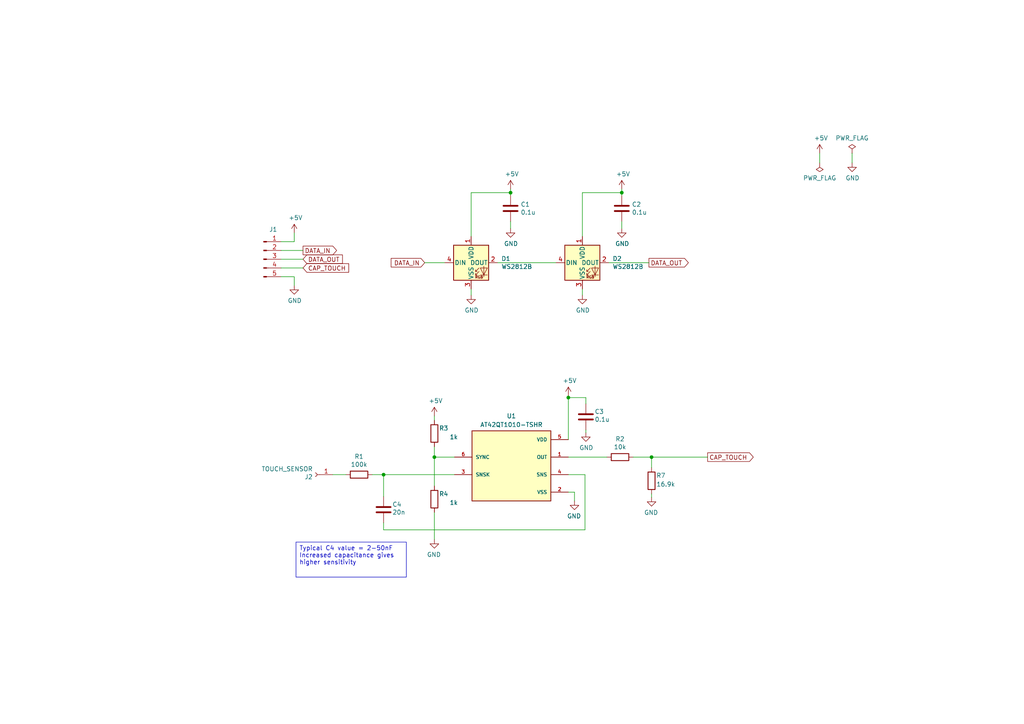
<source format=kicad_sch>
(kicad_sch (version 20230121) (generator eeschema)
  (paper "A4")
  (lib_symbols
    (symbol "AT42QT1010:AT42QT1010-TSHR" (pin_names (offset 1.016))
      (property "Reference" "U" (at -12.7148 7.6289 0))
      (property "Value" "AT42QT1010-TSHR" (at -12.7213 -15.2656 0))
      (symbol "AT42QT1010-TSHR_0_0"
        (rectangle (start -12.7 -12.7) (end 10.16 7.62) (stroke (width 0.254)) (fill (type background)))
        (pin output line (at 15.24 0 180) (length 5.08) (name "OUT") (number "1"))
        (pin power_in line (at 15.24 -10.16 180) (length 5.08) (name "VSS") (number "2"))
        (pin bidirectional line (at -17.78 -5.08 0) (length 5.08) (name "SNSK") (number "3"))
        (pin bidirectional line (at 15.24 -5.08 180) (length 5.08) (name "SNS") (number "4"))
        (pin power_in line (at 15.24 5.08 180) (length 5.08) (name "VDD") (number "5"))
        (pin input line (at -17.78 0 0) (length 5.08) (name "SYNC") (number "6"))
      )
    )
    (symbol "Device:C" (pin_numbers hide) (pin_names (offset 0.254))
      (property "Reference" "C" (at 0.635 2.54 0))
      (property "Value" "C" (at 0.635 -2.54 0))
      (symbol "C_0_1"
        (polyline (pts (xy -2.032 -0.762) (xy 2.032 -0.762)) (stroke (width 0.508)))
        (polyline (pts (xy -2.032 0.762) (xy 2.032 0.762)) (stroke (width 0.508)))
      )
      (symbol "C_1_1"
        (pin passive line (at 0 3.81 270) (length 2.794) (name "~") (number "1"))
        (pin passive line (at 0 -3.81 90) (length 2.794) (name "~") (number "2"))
      )
    )
    (symbol "Device:R" (pin_numbers hide) (pin_names (offset 0))
      (property "Reference" "R" (at 2.032 0 90))
      (property "Value" "R" (at 0 0 90))
      (symbol "R_0_1"
        (rectangle (start -1.016 -2.54) (end 1.016 2.54) (stroke (width 0.254)))
      )
      (symbol "R_1_1"
        (pin passive line (at 0 3.81 270) (length 1.27) (name "~") (number "1"))
        (pin passive line (at 0 -3.81 90) (length 1.27) (name "~") (number "2"))
      )
    )
    (symbol "LED:WS2812B" (pin_names (offset 0.254))
      (property "Reference" "D" (at 5.08 5.715 0))
      (property "Value" "WS2812B" (at 1.27 -5.715 0))
      (symbol "WS2812B_0_0"
        (text "RGB" (at 2.286 -4.191 0) (effects (font (size 0.762 0.762))))
      )
      (symbol "WS2812B_0_1"
        (polyline (pts (xy 1.27 -3.556) (xy 1.778 -3.556)))
        (polyline (pts (xy 1.27 -2.54) (xy 1.778 -2.54)))
        (polyline (pts (xy 4.699 -3.556) (xy 2.667 -3.556)))
        (polyline (pts (xy 2.286 -2.54) (xy 1.27 -3.556) (xy 1.27 -3.048)))
        (polyline (pts (xy 2.286 -1.524) (xy 1.27 -2.54) (xy 1.27 -2.032)))
        (polyline (pts (xy 3.683 -1.016) (xy 3.683 -3.556) (xy 3.683 -4.064)))
        (polyline (pts (xy 4.699 -1.524) (xy 2.667 -1.524) (xy 3.683 -3.556) (xy 4.699 -1.524)))
        (rectangle (start 5.08 5.08) (end -5.08 -5.08) (stroke (width 0.254)) (fill (type background)))
      )
      (symbol "WS2812B_1_1"
        (pin power_in line (at 0 7.62 270) (length 2.54) (name "VDD") (number "1"))
        (pin output line (at 7.62 0 180) (length 2.54) (name "DOUT") (number "2"))
        (pin power_in line (at 0 -7.62 90) (length 2.54) (name "VSS") (number "3"))
        (pin input line (at -7.62 0 0) (length 2.54) (name "DIN") (number "4"))
      )
    )
    (symbol "SpaceCenter_TouchBoard_KiCAD-rescue:Conn_01x01_Female-Connector" (pin_names (offset 1.016) hide)
      (property "Reference" "J" (at 0 2.54 0))
      (property "Value" "Connector_Conn_01x01_Female" (at 0 -2.54 0))
      (symbol "Conn_01x01_Female-Connector_1_1"
        (polyline (pts (xy -1.27 0) (xy -0.508 0)) (stroke (width 0.1524)))
        (arc (start 0 0.508) (mid -0.5058 0) (end 0 -0.508) (stroke (width 0.1524)))
        (pin passive line (at -5.08 0 0) (length 3.81) (name "Pin_1") (number "1"))
      )
    )
    (symbol "SpaceCenter_TouchBoard_KiCAD-rescue:Conn_01x05_Male-Connector" (pin_names (offset 1.016) hide)
      (property "Reference" "J" (at 0 7.62 0))
      (property "Value" "Connector_Conn_01x05_Male" (at 0 -7.62 0))
      (symbol "Conn_01x05_Male-Connector_1_1"
        (polyline (pts (xy 1.27 -5.08) (xy 0.8636 -5.08)) (stroke (width 0.1524)))
        (polyline (pts (xy 1.27 -2.54) (xy 0.8636 -2.54)) (stroke (width 0.1524)))
        (polyline (pts (xy 1.27 0) (xy 0.8636 0)) (stroke (width 0.1524)))
        (polyline (pts (xy 1.27 2.54) (xy 0.8636 2.54)) (stroke (width 0.1524)))
        (polyline (pts (xy 1.27 5.08) (xy 0.8636 5.08)) (stroke (width 0.1524)))
        (rectangle (start 0.8636 -4.953) (end 0 -5.207) (stroke (width 0.1524)) (fill (type outline)))
        (rectangle (start 0.8636 -2.413) (end 0 -2.667) (stroke (width 0.1524)) (fill (type outline)))
        (rectangle (start 0.8636 0.127) (end 0 -0.127) (stroke (width 0.1524)) (fill (type outline)))
        (rectangle (start 0.8636 2.667) (end 0 2.413) (stroke (width 0.1524)) (fill (type outline)))
        (rectangle (start 0.8636 5.207) (end 0 4.953) (stroke (width 0.1524)) (fill (type outline)))
        (pin passive line (at 5.08 5.08 180) (length 3.81) (name "Pin_1") (number "1"))
        (pin passive line (at 5.08 2.54 180) (length 3.81) (name "Pin_2") (number "2"))
        (pin passive line (at 5.08 0 180) (length 3.81) (name "Pin_3") (number "3"))
        (pin passive line (at 5.08 -2.54 180) (length 3.81) (name "Pin_4") (number "4"))
        (pin passive line (at 5.08 -5.08 180) (length 3.81) (name "Pin_5") (number "5"))
      )
    )
    (symbol "power:+5V" (power) (pin_names (offset 0))
      (property "Value" "+5V" (at 0 3.556 0))
      (symbol "+5V_0_1"
        (polyline (pts (xy -0.762 1.27) (xy 0 2.54)))
        (polyline (pts (xy 0 0) (xy 0 2.54)))
        (polyline (pts (xy 0 2.54) (xy 0.762 1.27)))
      )
      (symbol "+5V_1_1"
        (pin power_in line (at 0 0 90) (length 0) hide (name "+5V") (number "1"))
      )
    )
    (symbol "power:GND" (power) (pin_names (offset 0))
      (property "Value" "GND" (at 0 -3.81 0))
      (symbol "GND_0_1"
        (polyline (pts (xy 0 0) (xy 0 -1.27) (xy 1.27 -1.27) (xy 0 -2.54) (xy -1.27 -1.27) (xy 0 -1.27)))
      )
      (symbol "GND_1_1"
        (pin power_in line (at 0 0 270) (length 0) hide (name "GND") (number "1"))
      )
    )
    (symbol "power:PWR_FLAG" (power) (pin_numbers hide) (pin_names (offset 0) hide)
      (property "Value" "PWR_FLAG" (at 0 3.81 0))
      (symbol "PWR_FLAG_0_0"
        (pin power_out line (at 0 0 90) (length 0) (name "pwr") (number "1"))
      )
      (symbol "PWR_FLAG_0_1"
        (polyline (pts (xy 0 0) (xy 0 1.27) (xy -1.016 1.905) (xy 0 2.54) (xy 1.016 1.905) (xy 0 1.27)))
      )
    )
  )
  (junction (at 164.846 115.316))
  (junction (at 188.976 132.588))
  (junction (at 125.984 132.588))
  (junction (at 111.252 137.668))
  (junction (at 180.34 55.88))
  (junction (at 148.082 55.88))
  (wire (pts (xy 180.34 66.294) (xy 180.34 64.262)))
  (wire (pts (xy 85.344 80.264) (xy 85.344 82.804)))
  (wire (pts (xy 96.52 137.668) (xy 100.33 137.668)))
  (wire (pts (xy 169.672 137.668) (xy 169.672 153.67)))
  (wire (pts (xy 125.984 148.59) (xy 125.984 156.464)))
  (wire (pts (xy 166.624 142.748) (xy 166.624 145.288)))
  (wire (pts (xy 164.846 137.668) (xy 169.672 137.668)))
  (wire (pts (xy 125.984 132.588) (xy 125.984 140.97)))
  (wire (pts (xy 123.19 76.2) (xy 129.032 76.2)))
  (wire (pts (xy 164.846 142.748) (xy 166.624 142.748)))
  (wire (pts (xy 169.926 115.316) (xy 169.926 117.094)))
  (wire (pts (xy 188.976 132.588) (xy 188.976 135.636)))
  (wire (pts (xy 188.976 144.272) (xy 188.976 143.256)))
  (wire (pts (xy 164.846 132.588) (xy 176.022 132.588)))
  (wire (pts (xy 81.534 70.104) (xy 85.344 70.104)))
  (wire (pts (xy 168.91 85.598) (xy 168.91 83.82)))
  (wire (pts (xy 247.142 47.244) (xy 247.142 44.45)))
  (wire (pts (xy 111.252 144.018) (xy 111.252 137.668)))
  (wire (pts (xy 237.744 44.45) (xy 237.744 47.244)))
  (wire (pts (xy 180.34 54.864) (xy 180.34 55.88)))
  (wire (pts (xy 125.984 120.65) (xy 125.984 121.92)))
  (wire (pts (xy 148.082 55.88) (xy 148.082 56.642)))
  (wire (pts (xy 107.95 137.668) (xy 111.252 137.668)))
  (wire (pts (xy 188.214 76.2) (xy 176.53 76.2)))
  (wire (pts (xy 169.926 125.476) (xy 169.926 124.714)))
  (wire (pts (xy 164.846 115.316) (xy 164.846 127.508)))
  (wire (pts (xy 168.91 55.88) (xy 180.34 55.88)))
  (wire (pts (xy 205.232 132.588) (xy 188.976 132.588)))
  (wire (pts (xy 169.672 153.67) (xy 111.252 153.67)))
  (wire (pts (xy 180.34 55.88) (xy 180.34 56.642)))
  (wire (pts (xy 136.652 68.58) (xy 136.652 55.88)))
  (wire (pts (xy 148.082 54.864) (xy 148.082 55.88)))
  (wire (pts (xy 131.826 132.588) (xy 125.984 132.588)))
  (wire (pts (xy 111.252 153.67) (xy 111.252 151.638)))
  (wire (pts (xy 148.082 66.294) (xy 148.082 64.262)))
  (wire (pts (xy 136.652 85.598) (xy 136.652 83.82)))
  (wire (pts (xy 164.846 114.808) (xy 164.846 115.316)))
  (wire (pts (xy 87.884 75.184) (xy 81.534 75.184)))
  (wire (pts (xy 125.984 129.54) (xy 125.984 132.588)))
  (wire (pts (xy 85.344 70.104) (xy 85.344 67.564)))
  (wire (pts (xy 81.534 80.264) (xy 85.344 80.264)))
  (wire (pts (xy 136.652 55.88) (xy 148.082 55.88)))
  (wire (pts (xy 144.272 76.2) (xy 161.29 76.2)))
  (wire (pts (xy 183.642 132.588) (xy 188.976 132.588)))
  (wire (pts (xy 81.534 72.644) (xy 87.884 72.644)))
  (wire (pts (xy 168.91 68.58) (xy 168.91 55.88)))
  (wire (pts (xy 169.926 115.316) (xy 164.846 115.316)))
  (wire (pts (xy 81.534 77.724) (xy 87.884 77.724)))
  (wire (pts (xy 111.252 137.668) (xy 131.826 137.668)))
  (text_box "Typical C4 value = 2-50nF\nIncreased capacitance gives higher sensitivity" (at 85.852 157.226 0) (size 32.004 10.16) (effects (font (size 1.27 1.27)) (justify left top)))
  (global_label "DATA_OUT" (shape input) (at 87.884 75.184 0) (property "Intersheetrefs" "${INTERSHEET_REFS}" (effects hide)))
  (global_label "CAP_TOUCH" (shape input) (at 87.884 77.724 0) (property "Intersheetrefs" "${INTERSHEET_REFS}" (effects hide)))
  (global_label "DATA_OUT" (shape output) (at 188.214 76.2 0) (property "Intersheetrefs" "${INTERSHEET_REFS}" (effects hide)))
  (global_label "DATA_IN" (shape input) (at 123.19 76.2 180) (property "Intersheetrefs" "${INTERSHEET_REFS}" (effects hide)))
  (global_label "CAP_TOUCH" (shape output) (at 205.232 132.588 0) (property "Intersheetrefs" "${INTERSHEET_REFS}" (effects hide)))
  (global_label "DATA_IN" (shape output) (at 87.884 72.644 0) (property "Intersheetrefs" "${INTERSHEET_REFS}" (effects hide)))
  (symbol (lib_id "SpaceCenter_TouchBoard_KiCAD-rescue:Conn_01x05_Male-Connector") (at 76.454 75.184 0) (unit 1)
    (property "Reference" "J1" (at 79.248 66.548 0))
    (property "Value" "Conn_01x05_Male" (effects hide))
    (property "Footprint" "Connector_JST:JST_SH_BM05B-SRSS-TB_1x05-1MP_P1.00mm_Vertical" (effects hide))
  )
  (symbol (lib_id "Device:C") (at 148.082 60.452 0) (unit 1)
    (property "Reference" "C1" (at 151.003 59.2836 0) (effects (justify left)))
    (property "Value" "0.1u" (at 151.003 61.595 0) (effects (justify left)))
    (property "Footprint" "Capacitor_SMD:C_0402_1005Metric_Pad0.74x0.62mm_HandSolder" (effects hide))
  )
  (symbol (lib_id "power:+5V") (at 237.744 44.45 0) (unit 1)
    (property "Reference" "#PWR09" (effects hide))
    (property "Value" "+5V" (at 238.125 40.0558 0))
  )
  (symbol (lib_id "power:GND") (at 247.142 47.244 0) (unit 1)
    (property "Reference" "#PWR010" (effects hide))
    (property "Value" "GND" (at 247.269 51.6382 0))
  )
  (symbol (lib_id "power:PWR_FLAG") (at 237.744 47.244 180) (unit 1)
    (property "Reference" "#FLG01" (effects hide))
    (property "Value" "PWR_FLAG" (at 237.744 51.6382 0))
  )
  (symbol (lib_id "power:PWR_FLAG") (at 247.142 44.45 0) (unit 1)
    (property "Reference" "#FLG02" (effects hide))
    (property "Value" "PWR_FLAG" (at 247.142 40.0558 0))
  )
  (symbol (lib_id "power:+5V") (at 85.344 67.564 0) (unit 1)
    (property "Reference" "#PWR01" (effects hide))
    (property "Value" "+5V" (at 85.725 63.1698 0))
  )
  (symbol (lib_id "power:GND") (at 85.344 82.804 0) (unit 1)
    (property "Reference" "#PWR02" (effects hide))
    (property "Value" "GND" (at 85.471 87.1982 0))
  )
  (symbol (lib_id "SpaceCenter_TouchBoard_KiCAD-rescue:Conn_01x01_Female-Connector") (at 91.44 137.668 180) (unit 1)
    (property "Reference" "J2" (at 90.7288 138.3284 0) (effects (justify left)))
    (property "Value" "TOUCH_SENSOR" (at 90.7288 136.017 0) (effects (justify left)))
    (property "Footprint" "Connector_Wire:SolderWirePad_1x01_SMD_5x10mm" (effects hide))
  )
  (symbol (lib_id "power:+5V") (at 148.082 54.864 0) (unit 1)
    (property "Reference" "#PWR04" (effects hide))
    (property "Value" "+5V" (at 148.463 50.4698 0))
  )
  (symbol (lib_id "power:GND") (at 148.082 66.294 0) (unit 1)
    (property "Reference" "#PWR05" (effects hide))
    (property "Value" "GND" (at 148.209 70.6882 0))
  )
  (symbol (lib_id "power:GND") (at 136.652 85.598 0) (unit 1)
    (property "Reference" "#PWR03" (effects hide))
    (property "Value" "GND" (at 136.779 89.9922 0))
  )
  (symbol (lib_id "Device:C") (at 180.34 60.452 0) (unit 1)
    (property "Reference" "C2" (at 183.261 59.2836 0) (effects (justify left)))
    (property "Value" "0.1u" (at 183.261 61.595 0) (effects (justify left)))
    (property "Footprint" "Capacitor_SMD:C_0402_1005Metric_Pad0.74x0.62mm_HandSolder" (effects hide))
  )
  (symbol (lib_id "power:+5V") (at 180.34 54.864 0) (unit 1)
    (property "Reference" "#PWR07" (effects hide))
    (property "Value" "+5V" (at 180.721 50.4698 0))
  )
  (symbol (lib_id "power:GND") (at 180.34 66.294 0) (unit 1)
    (property "Reference" "#PWR08" (effects hide))
    (property "Value" "GND" (at 180.467 70.6882 0))
  )
  (symbol (lib_id "power:GND") (at 168.91 85.598 0) (unit 1)
    (property "Reference" "#PWR06" (effects hide))
    (property "Value" "GND" (at 169.037 89.9922 0))
  )
  (symbol (lib_id "Device:R") (at 104.14 137.668 270) (unit 1)
    (property "Reference" "R1" (at 104.14 132.4102 90))
    (property "Value" "100k" (at 104.14 134.7216 90))
    (property "Footprint" "Resistor_SMD:R_0402_1005Metric_Pad0.72x0.64mm_HandSolder" (effects hide))
  )
  (symbol (lib_id "power:+5V") (at 164.846 114.808 0) (unit 1)
    (property "Reference" "#PWR011" (effects hide))
    (property "Value" "+5V" (at 165.227 110.4138 0))
  )
  (symbol (lib_id "Device:C") (at 169.926 120.904 0) (unit 1)
    (property "Reference" "C3" (at 172.466 119.38 0) (effects (justify left)))
    (property "Value" "0.1u" (at 172.466 121.666 0) (effects (justify left)))
    (property "Footprint" "Capacitor_SMD:C_0402_1005Metric_Pad0.74x0.62mm_HandSolder" (effects hide))
  )
  (symbol (lib_id "power:GND") (at 169.926 125.476 0) (unit 1)
    (property "Reference" "#PWR017" (effects hide))
    (property "Value" "GND" (at 170.053 129.8702 0))
  )
  (symbol (lib_id "Device:R") (at 188.976 139.446 0) (mirror x) (unit 1)
    (property "Reference" "R7" (at 193.04 137.922 0) (effects (justify right)))
    (property "Value" "16.9k" (at 195.834 140.462 0) (effects (justify right)))
    (property "Footprint" "Resistor_SMD:R_0402_1005Metric_Pad0.72x0.64mm_HandSolder" (effects hide))
  )
  (symbol (lib_id "power:GND") (at 188.976 144.272 0) (mirror y) (unit 1)
    (property "Reference" "#PWR016" (effects hide))
    (property "Value" "GND" (at 188.849 148.6662 0))
  )
  (symbol (lib_id "LED:WS2812B") (at 136.652 76.2 0) (unit 1)
    (property "Reference" "D1" (at 145.3896 75.0316 0) (effects (justify left)))
    (property "Value" "WS2812B" (at 145.3896 77.343 0) (effects (justify left)))
    (property "Footprint" "LED_SMD:LED_WS2812B_PLCC4_5.0x5.0mm_P3.2mm" (effects hide))
    (property "Datasheet" "https://cdn-shop.adafruit.com/datasheets/WS2812B.pdf" (effects hide))
  )
  (symbol (lib_id "LED:WS2812B") (at 168.91 76.2 0) (unit 1)
    (property "Reference" "D2" (at 177.6476 75.0316 0) (effects (justify left)))
    (property "Value" "WS2812B" (at 177.6476 77.343 0) (effects (justify left)))
    (property "Footprint" "LED_SMD:LED_WS2812B_PLCC4_5.0x5.0mm_P3.2mm" (effects hide))
    (property "Datasheet" "https://cdn-shop.adafruit.com/datasheets/WS2812B.pdf" (effects hide))
  )
  (symbol (lib_id "Device:R") (at 179.832 132.588 270) (unit 1)
    (property "Reference" "R2" (at 179.832 127.3302 90))
    (property "Value" "10k" (at 179.832 129.6416 90))
    (property "Footprint" "Resistor_SMD:R_0402_1005Metric_Pad0.72x0.64mm_HandSolder" (effects hide))
  )
  (symbol (lib_id "AT42QT1010:AT42QT1010-TSHR") (at 149.606 132.588 0) (unit 1)
    (property "Reference" "U1" (at 148.336 120.65 0))
    (property "Value" "AT42QT1010-TSHR" (at 148.336 123.19 0))
    (property "Footprint" "AT42QT1010-TSHR:SOT95P270X145-6N" (effects hide))
    (property "MF" "Microchip" (effects hide))
    (property "Description" "\nCapacitive Touch Buttons SOT-23-6\n" (effects hide))
    (property "Package" "SOT-23-6 Microchip" (effects hide))
    (property "Price" "None" (effects hide))
    (property "Check_prices" "https://www.snapeda.com/parts/AT42QT1010-TSHR/Microchip/view-part/?ref=eda" (effects hide))
    (property "STANDARD" "IPC 7351B" (effects hide))
    (property "PARTREV" "DS40001946A" (effects hide))
    (property "SnapEDA_Link" "https://www.snapeda.com/parts/AT42QT1010-TSHR/Microchip/view-part/?ref=snap" (effects hide))
    (property "MP" "AT42QT1010-TSHR" (effects hide))
    (property "Purchase-URL" "https://www.snapeda.com/api/url_track_click_mouser/?unipart_id=700327&manufacturer=Microchip&part_name=AT42QT1010-TSHR&search_term= at42qt1010" (effects hide))
    (property "Availability" "In Stock" (effects hide))
    (property "MANUFACTURER" "MICROCHIP" (effects hide))
  )
  (symbol (lib_id "Device:R") (at 125.984 125.73 0) (mirror x) (unit 1)
    (property "Reference" "R3" (at 130.048 124.206 0) (effects (justify right)))
    (property "Value" "1k" (at 132.842 126.746 0) (effects (justify right)))
    (property "Footprint" "Resistor_SMD:R_0402_1005Metric_Pad0.72x0.64mm_HandSolder" (effects hide))
  )
  (symbol (lib_id "power:GND") (at 125.984 156.464 0) (mirror y) (unit 1)
    (property "Reference" "#PWR012" (effects hide))
    (property "Value" "GND" (at 125.857 160.8582 0))
  )
  (symbol (lib_id "power:+5V") (at 125.984 120.65 0) (unit 1)
    (property "Reference" "#PWR014" (effects hide))
    (property "Value" "+5V" (at 126.365 116.2558 0))
  )
  (symbol (lib_id "Device:C") (at 111.252 147.828 0) (unit 1)
    (property "Reference" "C4" (at 113.792 146.304 0) (effects (justify left)))
    (property "Value" "20n" (at 113.792 148.59 0) (effects (justify left)))
    (property "Footprint" "Capacitor_SMD:C_0402_1005Metric_Pad0.74x0.62mm_HandSolder" (effects hide))
  )
  (symbol (lib_id "Device:R") (at 125.984 144.78 0) (mirror x) (unit 1)
    (property "Reference" "R4" (at 130.048 143.256 0) (effects (justify right)))
    (property "Value" "1k" (at 132.842 145.796 0) (effects (justify right)))
    (property "Footprint" "Resistor_SMD:R_0402_1005Metric_Pad0.72x0.64mm_HandSolder" (effects hide))
  )
  (symbol (lib_id "power:GND") (at 166.624 145.288 0) (mirror y) (unit 1)
    (property "Reference" "#PWR013" (effects hide))
    (property "Value" "GND" (at 166.497 149.6822 0))
  )
)
</source>
